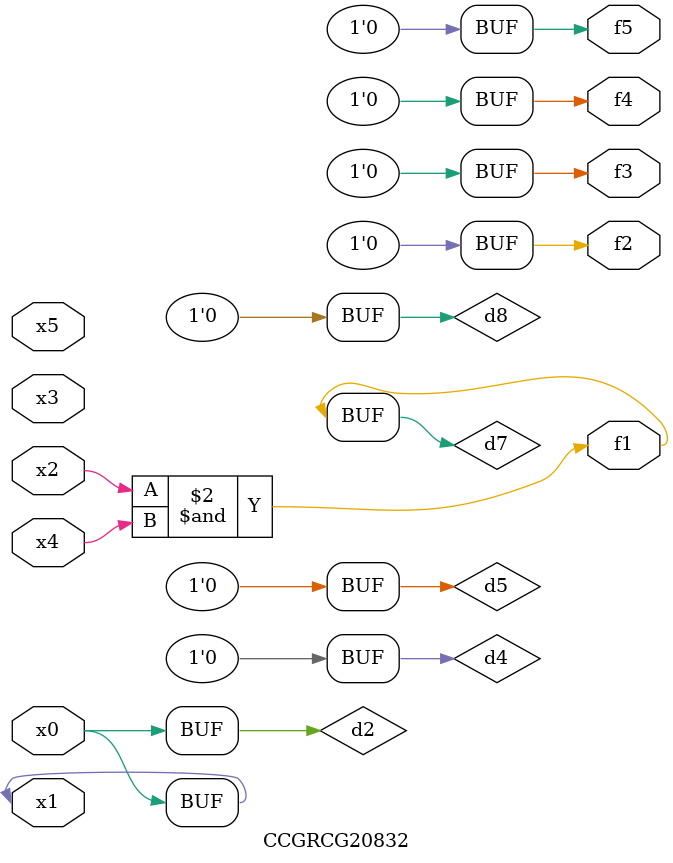
<source format=v>
module CCGRCG20832(
	input x0, x1, x2, x3, x4, x5,
	output f1, f2, f3, f4, f5
);

	wire d1, d2, d3, d4, d5, d6, d7, d8, d9;

	nand (d1, x1);
	buf (d2, x0, x1);
	nand (d3, x2, x4);
	and (d4, d1, d2);
	and (d5, d1, d2);
	nand (d6, d1, d3);
	not (d7, d3);
	xor (d8, d5);
	nor (d9, d5, d6);
	assign f1 = d7;
	assign f2 = d8;
	assign f3 = d8;
	assign f4 = d8;
	assign f5 = d8;
endmodule

</source>
